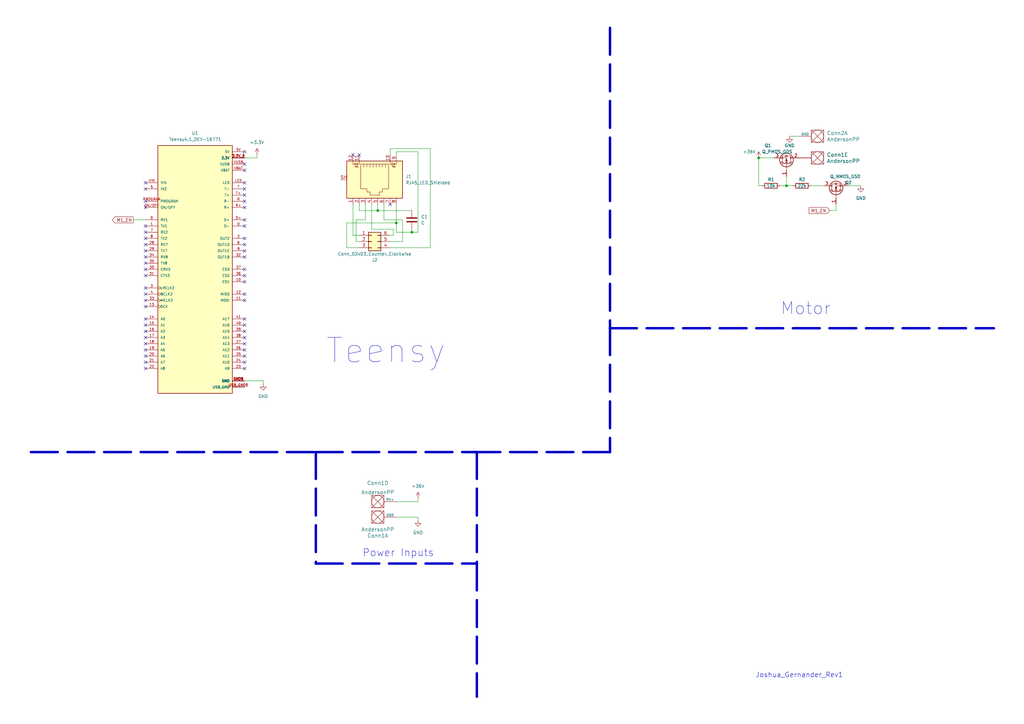
<source format=kicad_sch>
(kicad_sch (version 20211123) (generator eeschema)
  (paper "A3")
  (lib_symbols
    (symbol "Connector:RJ45_LED_Shielded" (pin_names (offset 1.016))
      (property "Reference" "J" (at -5.08 13.97 0))
      (property "Value" "RJ45_LED_Shielded" (at 1.27 13.97 0))
      (symbol "RJ45_LED_Shielded_0_1"
        (polyline (pts (xy -7.62 -7.62) (xy -6.35 -7.62)))
        (polyline (pts (xy -7.62 -5.08) (xy -6.35 -5.08)))
        (polyline (pts (xy -7.62 7.62) (xy -6.35 7.62)))
        (polyline (pts (xy -7.62 10.16) (xy -6.35 10.16)))
        (polyline (pts (xy -6.858 -5.842) (xy -5.842 -5.842)))
        (polyline (pts (xy -6.858 9.398) (xy -5.842 9.398)))
        (polyline (pts (xy -6.35 -7.62) (xy -6.35 -6.858)))
        (polyline (pts (xy -6.35 -5.08) (xy -6.35 -5.842)))
        (polyline (pts (xy -6.35 7.62) (xy -6.35 8.382)))
        (polyline (pts (xy -6.35 10.16) (xy -6.35 9.398)))
        (polyline (pts (xy -5.08 -6.223) (xy -5.207 -6.604)))
        (polyline (pts (xy -5.08 -5.588) (xy -5.207 -5.969)))
        (polyline (pts (xy -5.08 4.445) (xy -6.35 4.445)))
        (polyline (pts (xy -5.08 5.715) (xy -6.35 5.715)))
        (polyline (pts (xy -5.08 9.017) (xy -5.207 8.636)))
        (polyline (pts (xy -5.08 9.652) (xy -5.207 9.271)))
        (polyline (pts (xy -6.35 -3.175) (xy -5.08 -3.175) (xy -5.08 -3.175)))
        (polyline (pts (xy -6.35 -1.905) (xy -5.08 -1.905) (xy -5.08 -1.905)))
        (polyline (pts (xy -6.35 -0.635) (xy -5.08 -0.635) (xy -5.08 -0.635)))
        (polyline (pts (xy -6.35 0.635) (xy -5.08 0.635) (xy -5.08 0.635)))
        (polyline (pts (xy -6.35 1.905) (xy -5.08 1.905) (xy -5.08 1.905)))
        (polyline (pts (xy -5.588 -6.731) (xy -5.08 -6.223) (xy -5.461 -6.35)))
        (polyline (pts (xy -5.588 -6.096) (xy -5.08 -5.588) (xy -5.461 -5.715)))
        (polyline (pts (xy -5.588 8.509) (xy -5.08 9.017) (xy -5.461 8.89)))
        (polyline (pts (xy -5.588 9.144) (xy -5.08 9.652) (xy -5.461 9.525)))
        (polyline (pts (xy -5.08 3.175) (xy -6.35 3.175) (xy -6.35 3.175)))
        (polyline (pts (xy -6.35 -5.842) (xy -6.858 -6.858) (xy -5.842 -6.858) (xy -6.35 -5.842)))
        (polyline (pts (xy -6.35 9.398) (xy -6.858 8.382) (xy -5.842 8.382) (xy -6.35 9.398)))
        (polyline (pts (xy -6.35 -4.445) (xy -6.35 6.985) (xy 3.81 6.985) (xy 3.81 4.445) (xy 5.08 4.445) (xy 5.08 3.175) (xy 6.35 3.175) (xy 6.35 -0.635) (xy 5.08 -0.635) (xy 5.08 -1.905) (xy 3.81 -1.905) (xy 3.81 -4.445) (xy -6.35 -4.445) (xy -6.35 -4.445)))
        (rectangle (start 7.62 12.7) (end -7.62 -10.16) (stroke (width 0.254)) (fill (type background)))
      )
      (symbol "RJ45_LED_Shielded_1_1"
        (pin passive line (at 10.16 -7.62 180) (length 2.54) (name "~") (number "1"))
        (pin passive line (at -10.16 7.62 0) (length 2.54) (name "~") (number "10"))
        (pin passive line (at -10.16 -5.08 0) (length 2.54) (name "~") (number "11"))
        (pin passive line (at -10.16 -7.62 0) (length 2.54) (name "~") (number "12"))
        (pin passive line (at 10.16 -5.08 180) (length 2.54) (name "~") (number "2"))
        (pin passive line (at 10.16 -2.54 180) (length 2.54) (name "~") (number "3"))
        (pin passive line (at 10.16 0 180) (length 2.54) (name "~") (number "4"))
        (pin passive line (at 10.16 2.54 180) (length 2.54) (name "~") (number "5"))
        (pin passive line (at 10.16 5.08 180) (length 2.54) (name "~") (number "6"))
        (pin passive line (at 10.16 7.62 180) (length 2.54) (name "~") (number "7"))
        (pin passive line (at 10.16 10.16 180) (length 2.54) (name "~") (number "8"))
        (pin passive line (at -10.16 10.16 0) (length 2.54) (name "~") (number "9"))
        (pin passive line (at 0 -12.7 90) (length 2.54) (name "~") (number "SH"))
      )
    )
    (symbol "Connector_Generic:Conn_02x03_Counter_Clockwise" (pin_names (offset 1.016) hide)
      (property "Reference" "J" (at 1.27 5.08 0))
      (property "Value" "Conn_02x03_Counter_Clockwise" (at 1.27 -5.08 0))
      (symbol "Conn_02x03_Counter_Clockwise_1_1"
        (rectangle (start -1.27 -2.413) (end 0 -2.667) (stroke (width 0.1524)))
        (rectangle (start -1.27 0.127) (end 0 -0.127) (stroke (width 0.1524)))
        (rectangle (start -1.27 2.667) (end 0 2.413) (stroke (width 0.1524)))
        (rectangle (start -1.27 3.81) (end 3.81 -3.81) (stroke (width 0.254)) (fill (type background)))
        (rectangle (start 3.81 -2.413) (end 2.54 -2.667) (stroke (width 0.1524)))
        (rectangle (start 3.81 0.127) (end 2.54 -0.127) (stroke (width 0.1524)))
        (rectangle (start 3.81 2.667) (end 2.54 2.413) (stroke (width 0.1524)))
        (pin passive line (at -5.08 2.54 0) (length 3.81) (name "Pin_1") (number "1"))
        (pin passive line (at -5.08 0 0) (length 3.81) (name "Pin_2") (number "2"))
        (pin passive line (at -5.08 -2.54 0) (length 3.81) (name "Pin_3") (number "3"))
        (pin passive line (at 7.62 -2.54 180) (length 3.81) (name "Pin_4") (number "4"))
        (pin passive line (at 7.62 0 180) (length 3.81) (name "Pin_5") (number "5"))
        (pin passive line (at 7.62 2.54 180) (length 3.81) (name "Pin_6") (number "6"))
      )
    )
    (symbol "Device:C" (pin_numbers hide) (pin_names (offset 0.254))
      (property "Reference" "C" (at 0.635 2.54 0))
      (property "Value" "C" (at 0.635 -2.54 0))
      (symbol "C_0_1"
        (polyline (pts (xy -2.032 -0.762) (xy 2.032 -0.762)) (stroke (width 0.508)))
        (polyline (pts (xy -2.032 0.762) (xy 2.032 0.762)) (stroke (width 0.508)))
      )
      (symbol "C_1_1"
        (pin passive line (at 0 3.81 270) (length 2.794) (name "~") (number "1"))
        (pin passive line (at 0 -3.81 90) (length 2.794) (name "~") (number "2"))
      )
    )
    (symbol "Device:Q_NMOS_GSD" (pin_names (offset 0) hide)
      (property "Reference" "Q" (at 5.08 1.27 0))
      (property "Value" "Q_NMOS_GSD" (at 5.08 -1.27 0))
      (symbol "Q_NMOS_GSD_0_1"
        (polyline (pts (xy 0.254 0) (xy -2.54 0)))
        (polyline (pts (xy 0.254 1.905) (xy 0.254 -1.905)) (stroke (width 0.254)))
        (polyline (pts (xy 0.762 -1.27) (xy 0.762 -2.286)) (stroke (width 0.254)))
        (polyline (pts (xy 0.762 0.508) (xy 0.762 -0.508)) (stroke (width 0.254)))
        (polyline (pts (xy 0.762 2.286) (xy 0.762 1.27)) (stroke (width 0.254)))
        (polyline (pts (xy 2.54 2.54) (xy 2.54 1.778)))
        (polyline (pts (xy 2.54 -2.54) (xy 2.54 0) (xy 0.762 0)))
        (polyline (pts (xy 0.762 -1.778) (xy 3.302 -1.778) (xy 3.302 1.778) (xy 0.762 1.778)))
        (polyline (pts (xy 1.016 0) (xy 2.032 0.381) (xy 2.032 -0.381) (xy 1.016 0)) (fill (type outline)))
        (polyline (pts (xy 2.794 0.508) (xy 2.921 0.381) (xy 3.683 0.381) (xy 3.81 0.254)))
        (polyline (pts (xy 3.302 0.381) (xy 2.921 -0.254) (xy 3.683 -0.254) (xy 3.302 0.381)))
        (circle (center 1.651 0) (radius 2.794) (stroke (width 0.254)))
        (circle (center 2.54 -1.778) (radius 0.254) (fill (type outline)))
        (circle (center 2.54 1.778) (radius 0.254) (fill (type outline)))
      )
      (symbol "Q_NMOS_GSD_1_1"
        (pin input line (at -5.08 0 0) (length 2.54) (name "G") (number "1"))
        (pin passive line (at 2.54 -5.08 90) (length 2.54) (name "S") (number "2"))
        (pin passive line (at 2.54 5.08 270) (length 2.54) (name "D") (number "3"))
      )
    )
    (symbol "Device:Q_PMOS_GDS" (pin_names (offset 0) hide)
      (property "Reference" "Q" (at 5.08 1.27 0))
      (property "Value" "Q_PMOS_GDS" (at 5.08 -1.27 0))
      (symbol "Q_PMOS_GDS_0_1"
        (polyline (pts (xy 0.254 0) (xy -2.54 0)))
        (polyline (pts (xy 0.254 1.905) (xy 0.254 -1.905)) (stroke (width 0.254)))
        (polyline (pts (xy 0.762 -1.27) (xy 0.762 -2.286)) (stroke (width 0.254)))
        (polyline (pts (xy 0.762 0.508) (xy 0.762 -0.508)) (stroke (width 0.254)))
        (polyline (pts (xy 0.762 2.286) (xy 0.762 1.27)) (stroke (width 0.254)))
        (polyline (pts (xy 2.54 2.54) (xy 2.54 1.778)))
        (polyline (pts (xy 2.54 -2.54) (xy 2.54 0) (xy 0.762 0)))
        (polyline (pts (xy 0.762 1.778) (xy 3.302 1.778) (xy 3.302 -1.778) (xy 0.762 -1.778)))
        (polyline (pts (xy 2.286 0) (xy 1.27 0.381) (xy 1.27 -0.381) (xy 2.286 0)) (fill (type outline)))
        (polyline (pts (xy 2.794 -0.508) (xy 2.921 -0.381) (xy 3.683 -0.381) (xy 3.81 -0.254)))
        (polyline (pts (xy 3.302 -0.381) (xy 2.921 0.254) (xy 3.683 0.254) (xy 3.302 -0.381)))
        (circle (center 1.651 0) (radius 2.794) (stroke (width 0.254)))
        (circle (center 2.54 -1.778) (radius 0.254) (fill (type outline)))
        (circle (center 2.54 1.778) (radius 0.254) (fill (type outline)))
      )
      (symbol "Q_PMOS_GDS_1_1"
        (pin input line (at -5.08 0 0) (length 2.54) (name "G") (number "1"))
        (pin passive line (at 2.54 5.08 270) (length 2.54) (name "D") (number "2"))
        (pin passive line (at 2.54 -5.08 90) (length 2.54) (name "S") (number "3"))
      )
    )
    (symbol "Device:R" (pin_numbers hide) (pin_names (offset 0))
      (property "Reference" "R" (at 2.032 0 90))
      (property "Value" "R" (at 0 0 90))
      (symbol "R_0_1"
        (rectangle (start -1.016 -2.54) (end 1.016 2.54) (stroke (width 0.254)))
      )
      (symbol "R_1_1"
        (pin passive line (at 0 3.81 270) (length 1.27) (name "~") (number "1"))
        (pin passive line (at 0 -3.81 90) (length 1.27) (name "~") (number "2"))
      )
    )
    (symbol "MRDT_Connectors:AndersonPP" (pin_numbers hide) (pin_names (offset 0))
      (property "Reference" "Conn" (at 3.81 -1.27 0))
      (property "Value" "AndersonPP" (at 2.54 6.35 0))
      (symbol "AndersonPP_0_1"
        (polyline (pts (xy 0 5.08) (xy 5.08 0)))
        (polyline (pts (xy 5.08 5.08) (xy 0 0)))
        (rectangle (start 0 0) (end 5.08 5.08))
        (circle (center 2.54 2.54) (radius 2.54))
      )
      (symbol "AndersonPP_1_1"
        (pin input line (at 10.16 2.54 180) (length 5.08) (name "GND") (number "1"))
      )
      (symbol "AndersonPP_2_1"
        (pin input line (at 10.16 2.54 180) (length 5.08) (name "V+Log") (number "2"))
      )
      (symbol "AndersonPP_3_1"
        (pin input line (at 10.16 2.54 180) (length 5.08) (name "V+Act") (number "3"))
      )
      (symbol "AndersonPP_4_1"
        (pin input line (at 10.16 2.54 180) (length 5.08) (name "PV+") (number "4"))
      )
      (symbol "AndersonPP_5_1"
        (pin input line (at 10.16 2.54 180) (length 5.08) (name "~") (number "1"))
      )
    )
    (symbol "MRDT_Shields:Teensy4.1_DEV-16771" (pin_names (offset 1.016))
      (property "Reference" "U" (at -15.24 52.07 0))
      (property "Value" "Teensy4.1_DEV-16771" (at -15.24 -53.34 0))
      (symbol "Teensy4.1_DEV-16771_0_0"
        (rectangle (start -15.24 -50.8) (end 15.24 50.8) (stroke (width 0.254)) (fill (type background)))
        (pin bidirectional line (at -20.32 20.32 0) (length 5.08) (name "RX1") (number "0"))
        (pin bidirectional line (at -20.32 17.78 0) (length 5.08) (name "TX1") (number "1"))
        (pin bidirectional line (at 20.32 -5.08 180) (length 5.08) (name "CS1") (number "10"))
        (pin bidirectional line (at 20.32 -12.7 180) (length 5.08) (name "MOSI") (number "11"))
        (pin bidirectional line (at 20.32 -10.16 180) (length 5.08) (name "MISO") (number "12"))
        (pin bidirectional clock (at -20.32 -15.24 0) (length 5.08) (name "SCK") (number "13"))
        (pin bidirectional line (at -20.32 -20.32 0) (length 5.08) (name "A0") (number "14"))
        (pin bidirectional line (at -20.32 -22.86 0) (length 5.08) (name "A1") (number "15"))
        (pin bidirectional line (at -20.32 -25.4 0) (length 5.08) (name "A2") (number "16"))
        (pin bidirectional line (at -20.32 -27.94 0) (length 5.08) (name "A3") (number "17"))
        (pin bidirectional line (at -20.32 -30.48 0) (length 5.08) (name "A4") (number "18"))
        (pin bidirectional line (at -20.32 -33.02 0) (length 5.08) (name "A5") (number "19"))
        (pin output line (at 20.32 12.7 180) (length 5.08) (name "OUT2") (number "2"))
        (pin bidirectional line (at -20.32 -35.56 0) (length 5.08) (name "A6") (number "20"))
        (pin bidirectional line (at -20.32 -38.1 0) (length 5.08) (name "A7") (number "21"))
        (pin bidirectional line (at -20.32 -40.64 0) (length 5.08) (name "A8") (number "22"))
        (pin bidirectional line (at 20.32 -40.64 180) (length 5.08) (name "A9") (number "23"))
        (pin bidirectional line (at 20.32 -38.1 180) (length 5.08) (name "A10") (number "24"))
        (pin bidirectional line (at 20.32 -35.56 180) (length 5.08) (name "A11") (number "25"))
        (pin bidirectional line (at 20.32 -33.02 180) (length 5.08) (name "A12") (number "26"))
        (pin bidirectional line (at 20.32 -30.48 180) (length 5.08) (name "A13") (number "27"))
        (pin bidirectional line (at -20.32 10.16 0) (length 5.08) (name "RX7") (number "28"))
        (pin bidirectional line (at -20.32 7.62 0) (length 5.08) (name "TX7") (number "29"))
        (pin bidirectional clock (at -20.32 -7.62 0) (length 5.08) (name "LRCLK2") (number "3"))
        (pin power_in line (at 20.32 45.72 180) (length 5.08) (name "3.3V") (number "3.3V_1"))
        (pin power_in line (at 20.32 45.72 180) (length 5.08) (name "3.3V") (number "3.3V_2"))
        (pin power_in line (at 20.32 45.72 180) (length 5.08) (name "3.3V") (number "3.3V_3"))
        (pin bidirectional line (at -20.32 0 0) (length 5.08) (name "CRX3") (number "30"))
        (pin bidirectional line (at -20.32 -2.54 0) (length 5.08) (name "CTX3") (number "31"))
        (pin output line (at 20.32 5.08 180) (length 5.08) (name "OUT1B") (number "32"))
        (pin bidirectional clock (at -20.32 -12.7 0) (length 5.08) (name "MCLK2") (number "33"))
        (pin bidirectional line (at -20.32 5.08 0) (length 5.08) (name "RX8") (number "34"))
        (pin bidirectional line (at -20.32 2.54 0) (length 5.08) (name "TX8") (number "35"))
        (pin bidirectional line (at 20.32 -2.54 180) (length 5.08) (name "CS2") (number "36"))
        (pin bidirectional line (at 20.32 0 180) (length 5.08) (name "CS3") (number "37"))
        (pin bidirectional line (at 20.32 -27.94 180) (length 5.08) (name "A14") (number "38"))
        (pin bidirectional line (at 20.32 -25.4 180) (length 5.08) (name "A15") (number "39"))
        (pin bidirectional clock (at -20.32 -10.16 0) (length 5.08) (name "BCLK2") (number "4"))
        (pin bidirectional line (at 20.32 -22.86 180) (length 5.08) (name "A16") (number "40"))
        (pin bidirectional line (at 20.32 -20.32 180) (length 5.08) (name "A17") (number "41"))
        (pin bidirectional line (at -20.32 33.02 0) (length 5.08) (name "IN2") (number "5"))
        (pin power_in line (at 20.32 48.26 180) (length 5.08) (name "5V") (number "5V"))
        (pin output line (at 20.32 10.16 180) (length 5.08) (name "OUT1D") (number "6"))
        (pin bidirectional line (at -20.32 15.24 0) (length 5.08) (name "RX2") (number "7"))
        (pin bidirectional line (at -20.32 12.7 0) (length 5.08) (name "TX2") (number "8"))
        (pin output line (at 20.32 7.62 180) (length 5.08) (name "OUT1C") (number "9"))
        (pin bidirectional line (at 20.32 17.78 180) (length 5.08) (name "D-") (number "D"))
        (pin bidirectional line (at 20.32 20.32 180) (length 5.08) (name "D+") (number "D+"))
        (pin power_in line (at 20.32 -45.72 180) (length 5.08) (name "GND") (number "GND1"))
        (pin power_in line (at 20.32 -45.72 180) (length 5.08) (name "GND") (number "GND2"))
        (pin power_in line (at 20.32 -45.72 180) (length 5.08) (name "GND") (number "GND3"))
        (pin power_in line (at 20.32 -45.72 180) (length 5.08) (name "GND") (number "GND4"))
        (pin power_in line (at 20.32 -45.72 180) (length 5.08) (name "GND") (number "GND5"))
        (pin bidirectional line (at 20.32 35.56 180) (length 5.08) (name "LED") (number "LED"))
        (pin bidirectional line (at -20.32 25.4 0) (length 5.08) (name "ON/OFF") (number "ON/OFF"))
        (pin bidirectional line (at -20.32 27.94 0) (length 5.08) (name "PROGRAM") (number "PROGRAM"))
        (pin bidirectional line (at 20.32 27.94 180) (length 5.08) (name "R-") (number "R"))
        (pin bidirectional line (at 20.32 25.4 180) (length 5.08) (name "R+") (number "R+"))
        (pin bidirectional line (at 20.32 33.02 180) (length 5.08) (name "T-") (number "T"))
        (pin bidirectional line (at 20.32 30.48 180) (length 5.08) (name "T+") (number "T+"))
        (pin power_in line (at 20.32 -48.26 180) (length 5.08) (name "USB_GND") (number "USB_GND1"))
        (pin power_in line (at 20.32 -48.26 180) (length 5.08) (name "USB_GND") (number "USB_GND2"))
        (pin passive line (at 20.32 40.64 180) (length 5.08) (name "VBAT") (number "VBAT"))
        (pin input line (at -20.32 35.56 0) (length 5.08) (name "VIN") (number "VIN"))
        (pin passive line (at 20.32 43.18 180) (length 5.08) (name "VUSB") (number "VUSB"))
      )
    )
    (symbol "power:+3.3V" (power) (pin_names (offset 0))
      (property "Value" "+3.3V" (at 0 3.556 0))
      (symbol "+3.3V_0_1"
        (polyline (pts (xy -0.762 1.27) (xy 0 2.54)))
        (polyline (pts (xy 0 0) (xy 0 2.54)))
        (polyline (pts (xy 0 2.54) (xy 0.762 1.27)))
      )
      (symbol "+3.3V_1_1"
        (pin power_in line (at 0 0 90) (length 0) hide (name "+3.3V") (number "1"))
      )
    )
    (symbol "power:+36V" (power) (pin_names (offset 0))
      (property "Value" "+36V" (at 0 3.556 0))
      (symbol "+36V_0_1"
        (polyline (pts (xy -0.762 1.27) (xy 0 2.54)))
        (polyline (pts (xy 0 0) (xy 0 2.54)))
        (polyline (pts (xy 0 2.54) (xy 0.762 1.27)))
      )
      (symbol "+36V_1_1"
        (pin power_in line (at 0 0 90) (length 0) hide (name "+36V") (number "1"))
      )
    )
    (symbol "power:GND" (power) (pin_names (offset 0))
      (property "Value" "GND" (at 0 -3.81 0))
      (symbol "GND_0_1"
        (polyline (pts (xy 0 0) (xy 0 -1.27) (xy 1.27 -1.27) (xy 0 -2.54) (xy -1.27 -1.27) (xy 0 -1.27)))
      )
      (symbol "GND_1_1"
        (pin power_in line (at 0 0 270) (length 0) hide (name "GND") (number "1"))
      )
    )
  )
  (junction (at 162.56 91.44))
  (junction (at 311.15 64.77))
  (junction (at 168.91 95.25))
  (junction (at 154.94 86.36))
  (junction (at 322.58 76.2))
  (no_connect (at 59.69 105.41))
  (no_connect (at 59.69 107.95))
  (no_connect (at 59.69 102.87))
  (no_connect (at 59.69 92.71))
  (no_connect (at 59.69 95.25))
  (no_connect (at 59.69 97.79))
  (no_connect (at 59.69 100.33))
  (no_connect (at 59.69 113.03))
  (no_connect (at 59.69 118.11))
  (no_connect (at 59.69 123.19))
  (no_connect (at 59.69 120.65))
  (no_connect (at 59.69 110.49))
  (no_connect (at 59.69 125.73))
  (no_connect (at 160.02 83.82))
  (no_connect (at 100.33 82.55))
  (no_connect (at 100.33 62.23))
  (no_connect (at 100.33 74.93))
  (no_connect (at 100.33 67.31))
  (no_connect (at 100.33 69.85))
  (no_connect (at 100.33 77.47))
  (no_connect (at 100.33 90.17))
  (no_connect (at 100.33 80.01))
  (no_connect (at 100.33 97.79))
  (no_connect (at 100.33 92.71))
  (no_connect (at 100.33 85.09))
  (no_connect (at 59.69 85.09))
  (no_connect (at 59.69 77.47))
  (no_connect (at 59.69 74.93))
  (no_connect (at 59.69 82.55))
  (no_connect (at 144.78 63.5))
  (no_connect (at 147.32 63.5))
  (no_connect (at 100.33 140.97))
  (no_connect (at 100.33 133.35))
  (no_connect (at 100.33 135.89))
  (no_connect (at 100.33 151.13))
  (no_connect (at 59.69 151.13))
  (no_connect (at 100.33 146.05))
  (no_connect (at 100.33 138.43))
  (no_connect (at 59.69 146.05))
  (no_connect (at 59.69 148.59))
  (no_connect (at 59.69 143.51))
  (no_connect (at 59.69 133.35))
  (no_connect (at 59.69 135.89))
  (no_connect (at 59.69 130.81))
  (no_connect (at 59.69 140.97))
  (no_connect (at 59.69 138.43))
  (no_connect (at 100.33 123.19))
  (no_connect (at 100.33 120.65))
  (no_connect (at 100.33 130.81))
  (no_connect (at 100.33 143.51))
  (no_connect (at 100.33 148.59))
  (no_connect (at 100.33 105.41))
  (no_connect (at 100.33 115.57))
  (no_connect (at 100.33 113.03))
  (no_connect (at 100.33 110.49))
  (no_connect (at 100.33 102.87))
  (no_connect (at 100.33 100.33))
  (wire (pts (xy 147.32 101.6) (xy 142.24 101.6)))
  (polyline (pts (xy 250.19 11.43) (xy 250.19 134.62)) (stroke (width 1)))
  (wire (pts (xy 176.53 101.6) (xy 176.53 60.96)))
  (wire (pts (xy 171.45 62.23) (xy 171.45 95.25)))
  (wire (pts (xy 144.78 96.52) (xy 147.32 96.52)))
  (wire (pts (xy 160.02 101.6) (xy 176.53 101.6)))
  (wire (pts (xy 105.41 64.77) (xy 100.33 64.77)))
  (wire (pts (xy 154.94 86.36) (xy 168.91 86.36)))
  (wire (pts (xy 171.45 205.74) (xy 162.56 205.74)))
  (wire (pts (xy 162.56 62.23) (xy 171.45 62.23)))
  (wire (pts (xy 147.32 86.36) (xy 154.94 86.36)))
  (wire (pts (xy 161.29 96.52) (xy 160.02 96.52)))
  (polyline (pts (xy 129.54 231.14) (xy 195.58 231.14)) (stroke (width 1)))
  (wire (pts (xy 171.45 212.09) (xy 171.45 213.36)))
  (wire (pts (xy 176.53 60.96) (xy 160.02 60.96)))
  (wire (pts (xy 320.04 76.2) (xy 322.58 76.2)))
  (wire (pts (xy 149.86 90.17) (xy 146.05 90.17)))
  (wire (pts (xy 107.95 156.21) (xy 100.33 156.21)))
  (wire (pts (xy 340.36 86.36) (xy 342.9 86.36)))
  (wire (pts (xy 323.85 55.88) (xy 327.66 55.88)))
  (wire (pts (xy 147.32 83.82) (xy 147.32 86.36)))
  (wire (pts (xy 160.02 60.96) (xy 160.02 63.5)))
  (wire (pts (xy 144.78 83.82) (xy 144.78 96.52)))
  (wire (pts (xy 311.15 64.77) (xy 317.5 64.77)))
  (polyline (pts (xy 250.19 185.42) (xy 194.31 185.42)) (stroke (width 1)))
  (wire (pts (xy 332.74 76.2) (xy 337.82 76.2)))
  (wire (pts (xy 152.4 93.98) (xy 161.29 93.98)))
  (wire (pts (xy 165.1 90.17) (xy 157.48 90.17)))
  (polyline (pts (xy 195.58 185.42) (xy 195.58 231.14)) (stroke (width 1)))
  (wire (pts (xy 162.56 212.09) (xy 171.45 212.09)))
  (wire (pts (xy 54.61 90.17) (xy 59.69 90.17)))
  (wire (pts (xy 168.91 93.98) (xy 168.91 95.25)))
  (wire (pts (xy 105.41 63.5) (xy 105.41 64.77)))
  (wire (pts (xy 311.15 76.2) (xy 312.42 76.2)))
  (wire (pts (xy 347.98 76.2) (xy 353.06 76.2)))
  (wire (pts (xy 342.9 86.36) (xy 342.9 83.82)))
  (wire (pts (xy 161.29 93.98) (xy 161.29 96.52)))
  (wire (pts (xy 162.56 91.44) (xy 162.56 83.82)))
  (polyline (pts (xy 12.7 185.42) (xy 129.54 185.42)) (stroke (width 1)))
  (wire (pts (xy 311.15 64.77) (xy 311.15 76.2)))
  (polyline (pts (xy 129.54 185.42) (xy 129.54 231.14)) (stroke (width 1)))
  (wire (pts (xy 149.86 83.82) (xy 149.86 90.17)))
  (wire (pts (xy 152.4 83.82) (xy 152.4 93.98)))
  (wire (pts (xy 107.95 157.48) (xy 107.95 156.21)))
  (polyline (pts (xy 250.19 134.62) (xy 250.19 185.42)) (stroke (width 1)))
  (wire (pts (xy 322.58 72.39) (xy 322.58 76.2)))
  (wire (pts (xy 162.56 95.25) (xy 168.91 95.25)))
  (wire (pts (xy 142.24 101.6) (xy 142.24 91.44)))
  (polyline (pts (xy 250.19 134.62) (xy 407.67 134.62)) (stroke (width 1)))
  (polyline (pts (xy 195.58 231.14) (xy 195.58 285.75)) (stroke (width 1)))
  (wire (pts (xy 154.94 86.36) (xy 154.94 83.82)))
  (wire (pts (xy 322.58 76.2) (xy 325.12 76.2)))
  (wire (pts (xy 146.05 99.06) (xy 147.32 99.06)))
  (wire (pts (xy 146.05 90.17) (xy 146.05 99.06)))
  (wire (pts (xy 142.24 91.44) (xy 162.56 91.44)))
  (wire (pts (xy 168.91 95.25) (xy 171.45 95.25)))
  (wire (pts (xy 162.56 63.5) (xy 162.56 62.23)))
  (wire (pts (xy 157.48 90.17) (xy 157.48 83.82)))
  (wire (pts (xy 162.56 91.44) (xy 162.56 95.25)))
  (wire (pts (xy 160.02 99.06) (xy 165.1 99.06)))
  (wire (pts (xy 165.1 99.06) (xy 165.1 90.17)))
  (wire (pts (xy 171.45 204.47) (xy 171.45 205.74)))
  (polyline (pts (xy 129.54 185.42) (xy 195.58 185.42)) (stroke (width 1)))
  (text "Motor\n" (at 320.04 129.54 0) (effects (font (size 5 5)) (justify left bottom)))
  (text "Joshua_Gernander_Rev1" (at 309.88 278.13 0) (effects (font (size 2 2)) (justify left bottom)))
  (text "Teensy" (at 133.35 149.86 0) (effects (font (size 10 10)) (justify left bottom)))
  (text "Power Inputs" (at 148.59 228.6 0) (effects (font (size 3 3)) (justify left bottom)))
  (global_label "M1_EN" (shape input) (at 340.36 86.36 180) (property "Intersheet References" "${INTERSHEET_REFS}" (effects hide)))
  (global_label "M1_EN" (shape output) (at 54.61 90.17 180) (property "Intersheet References" "${INTERSHEET_REFS}" (effects hide)))
  (symbol (lib_id "power:GND") (at 323.85 55.88 0) (unit 1)
    (property "Reference" "#PWR?" (effects hide))
    (property "Value" "GND" (at 323.85 59.69 0))
  )
  (symbol (lib_id "Device:R") (at 316.23 76.2 90) (unit 1)
    (property "Reference" "R1" (at 316.23 73.66 90))
    (property "Value" "10k" (at 316.23 76.2 90))
  )
  (symbol (lib_id "Device:C") (at 168.91 90.17 0) (unit 1)
    (property "Reference" "C1" (at 172.72 88.8999 0) (effects (justify left)))
    (property "Value" "C" (at 172.72 91.4399 0) (effects (justify left)))
  )
  (symbol (lib_id "Device:Q_PMOS_GDS") (at 322.58 67.31 270) (mirror x) (unit 1)
    (property "Reference" "Q1" (at 314.96 59.69 90))
    (property "Value" "Q_PMOS_GDS" (at 318.77 62.23 90))
  )
  (symbol (lib_id "MRDT_Shields:Teensy4.1_DEV-16771") (at 80.01 110.49 0) (unit 1)
    (property "Reference" "U1" (at 80.01 54.61 0))
    (property "Value" "Teensy4.1_DEV-16771" (at 80.01 57.15 0))
    (property "Footprint" "MODULE_DEV-16771" (effects hide))
    (property "STANDARD" "Manufacturer recommendations" (effects hide))
    (property "MAXIMUM_PACKAGE_HEIGHT" "4.07mm" (effects hide))
    (property "MANUFACTURER" "SparkFun Electronics" (effects hide))
    (property "PARTREV" "4.1" (effects hide))
  )
  (symbol (lib_id "MRDT_Connectors:AndersonPP") (at 337.82 53.34 180) (unit 1)
    (property "Reference" "Conn2" (at 339.09 54.61 0) (effects (font (size 1.524 1.524)) (justify right)))
    (property "Value" "AndersonPP" (at 339.09 57.15 0) (effects (font (size 1.524 1.524)) (justify right)))
  )
  (symbol (lib_id "Device:R") (at 328.93 76.2 90) (unit 1)
    (property "Reference" "R2" (at 328.93 73.66 90))
    (property "Value" "22k" (at 328.93 76.2 90))
  )
  (symbol (lib_id "power:+36V") (at 171.45 204.47 0) (unit 1)
    (property "Reference" "#PWR01" (effects hide))
    (property "Value" "+36V" (at 171.45 199.39 0))
  )
  (symbol (lib_id "power:GND") (at 107.95 157.48 0) (unit 1)
    (property "Reference" "#PWR04" (effects hide))
    (property "Value" "GND" (at 107.95 162.56 0))
  )
  (symbol (lib_id "MRDT_Connectors:AndersonPP") (at 337.82 62.23 180) (unit 5)
    (property "Reference" "Conn1" (at 339.09 63.5 0) (effects (font (size 1.524 1.524)) (justify right)))
    (property "Value" "AndersonPP" (at 339.09 66.04 0) (effects (font (size 1.524 1.524)) (justify right)))
  )
  (symbol (lib_id "power:GND") (at 171.45 213.36 0) (unit 1)
    (property "Reference" "#PWR02" (effects hide))
    (property "Value" "GND" (at 171.45 218.44 0))
  )
  (symbol (lib_id "power:+36V") (at 311.15 64.77 0) (unit 1)
    (property "Reference" "#PWR05" (effects hide))
    (property "Value" "+36V" (at 307.34 62.23 0))
  )
  (symbol (lib_id "Connector_Generic:Conn_02x03_Counter_Clockwise") (at 152.4 99.06 0) (unit 1)
    (property "Reference" "J2" (at 153.67 106.68 0))
    (property "Value" "Conn_02x03_Counter_Clockwise" (at 153.67 104.14 0))
  )
  (symbol (lib_id "MRDT_Connectors:AndersonPP") (at 152.4 208.28 0) (unit 4)
    (property "Reference" "Conn1" (at 154.94 198.12 0) (effects (font (size 1.524 1.524))))
    (property "Value" "AndersonPP" (at 154.94 201.93 0) (effects (font (size 1.524 1.524))))
  )
  (symbol (lib_id "power:+3.3V") (at 105.41 63.5 0) (unit 1)
    (property "Reference" "#PWR03" (effects hide))
    (property "Value" "+3.3V" (at 105.41 58.42 0))
  )
  (symbol (lib_id "power:GND") (at 353.06 76.2 0) (unit 1)
    (property "Reference" "#PWR07" (effects hide))
    (property "Value" "GND" (at 353.06 81.28 0))
  )
  (symbol (lib_id "MRDT_Connectors:AndersonPP") (at 152.4 214.63 0) (unit 1)
    (property "Reference" "Conn1" (at 154.94 219.71 0) (effects (font (size 1.524 1.524))))
    (property "Value" "AndersonPP" (at 154.94 217.17 0) (effects (font (size 1.524 1.524))))
  )
  (symbol (lib_id "Connector:RJ45_LED_Shielded") (at 152.4 73.66 270) (unit 1)
    (property "Reference" "J1" (at 166.37 72.3899 90) (effects (justify left)))
    (property "Value" "RJ45_LED_Shielded" (at 166.37 74.9299 90) (effects (justify left)))
  )
  (symbol (lib_id "Device:Q_NMOS_GSD") (at 342.9 78.74 90) (unit 1)
    (property "Reference" "Q2" (at 347.98 74.93 90))
    (property "Value" "Q_NMOS_GSD" (at 346.71 72.39 90))
  )
)
</source>
